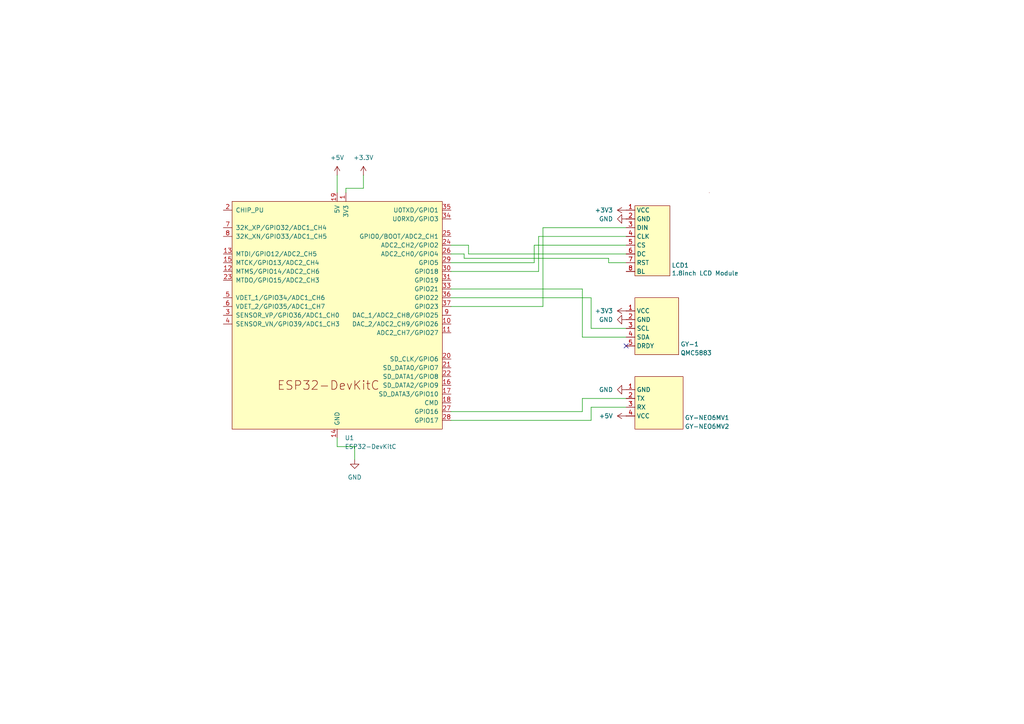
<source format=kicad_sch>
(kicad_sch (version 20231120) (generator "eeschema") (generator_version "8.0")
  (paper "A4")
  (title_block (title "SmartCompass Prototype Final") (date "2024-05-24") (rev "1") (company "Politechnika Wrocławska") (comment 1 "Cybulski Dominik") (comment 2 "Durkalec Michał") (comment 3 "Kurzyp Stanisław"))
  (lib_symbols
    (symbol "Compass:1.8inch_LCD_Module"
      (property "Reference" "LCD1" (at 13.716 -15.748 0))
      (property "Value" "1.8inch LCD Module" (at 13.716 -18.288 0))
      (symbol "1.8inch_LCD_Module_0_0"
        (pin passive line (at 0 0 0) (length 2.54) (name "VCC") (number "1"))
        (pin passive line (at 0 -2.54 0) (length 2.54) (name "GND") (number "2"))
        (pin passive line (at 0 -5.08 0) (length 2.54) (name "DIN") (number "3"))
        (pin passive line (at 0 -7.62 0) (length 2.54) (name "CLK") (number "4"))
        (pin passive line (at 0 -10.16 0) (length 2.54) (name "CS") (number "5"))
        (pin passive line (at 0 -12.7 0) (length 2.54) (name "DC") (number "6"))
        (pin passive line (at 0 -15.24 0) (length 2.54) (name "RST") (number "7"))
        (pin passive line (at 0 -17.78 0) (length 2.54) (name "BL") (number "8"))
      )
      (symbol "1.8inch_LCD_Module_0_1"
        (rectangle (start 24.13 5.08) (end 24.13 5.08))
      )
      (symbol "1.8inch_LCD_Module_1_1"
        (rectangle (start 2.54 1.27) (end 12.7 -19.05) (fill (type background)))
      )
    )
    (symbol "Compass:GY-273"
      (property "Reference" "GY-1" (at 15.748 -9.652 0))
      (property "Value" "HMC5883L" (at 15.748 -12.192 0))
      (symbol "GY-273_0_0"
        (pin passive line (at 0 0 0) (length 2.54) (name "VCC") (number "1"))
        (pin passive line (at 0 -2.54 0) (length 2.54) (name "GND") (number "2"))
        (pin passive line (at 0 -5.08 0) (length 2.54) (name "SCL") (number "3"))
        (pin passive line (at 0 -7.62 0) (length 2.54) (name "SDA") (number "4"))
        (pin passive line (at 0 -10.16 0) (length 2.54) (name "DRDY") (number "5"))
      )
      (symbol "GY-273_1_1"
        (rectangle (start 2.54 3.81) (end 15.24 -12.7) (fill (type background)))
      )
    )
    (symbol "Compass:GY-NEO6MV2"
      (property "Reference" "GY-NEO6MV1" (at 17.018 -8.128 0))
      (property "Value" "GY-NEO6MV2" (at 17.018 -10.668 0))
      (symbol "GY-NEO6MV2_0_0"
        (pin passive line (at 0 0 0) (length 2.54) (name "GND") (number "1"))
        (pin passive line (at 0 -2.54 0) (length 2.54) (name "TX") (number "2"))
        (pin passive line (at 0 -5.08 0) (length 2.54) (name "RX") (number "3"))
        (pin passive line (at 0 -7.62 0) (length 2.54) (name "VCC") (number "4"))
      )
      (symbol "GY-NEO6MV2_1_1"
        (rectangle (start 2.54 3.81) (end 16.51 -11.43) (fill (type background)))
      )
    )
    (symbol "PCM_Espressif:ESP32-DevKitC" (pin_names (offset 1.016))
      (property "Reference" "U" (at -30.48 38.1 0))
      (property "Value" "ESP32-DevKitC" (at -30.48 35.56 0))
      (symbol "ESP32-DevKitC_0_0"
        (text "ESP32-DevKitC" (at -2.54 -20.32 0) (effects (font (size 2.54 2.54))))
        (pin power_in line (at 0 -35.56 90) (length 2.54) (name "GND") (number "14"))
        (pin power_in line (at 0 35.56 270) (length 2.54) (name "5V") (number "19"))
      )
      (symbol "ESP32-DevKitC_0_1"
        (rectangle (start -30.48 33.02) (end 30.48 -33.02) (fill (type background)))
      )
      (symbol "ESP32-DevKitC_1_1"
        (pin power_in line (at 2.54 35.56 270) (length 2.54) (name "3V3") (number "1"))
        (pin bidirectional line (at 33.02 -2.54 180) (length 2.54) (name "DAC_2/ADC2_CH9/GPIO26") (number "10"))
        (pin bidirectional line (at 33.02 -5.08 180) (length 2.54) (name "ADC2_CH7/GPIO27") (number "11"))
        (pin bidirectional line (at -33.02 12.7 0) (length 2.54) (name "MTMS/GPIO14/ADC2_CH6") (number "12"))
        (pin bidirectional line (at -33.02 17.78 0) (length 2.54) (name "MTDI/GPIO12/ADC2_CH5") (number "13"))
        (pin bidirectional line (at -33.02 15.24 0) (length 2.54) (name "MTCK/GPIO13/ADC2_CH4") (number "15"))
        (pin bidirectional line (at 33.02 -20.32 180) (length 2.54) (name "SD_DATA2/GPIO9") (number "16"))
        (pin bidirectional line (at 33.02 -22.86 180) (length 2.54) (name "SD_DATA3/GPIO10") (number "17"))
        (pin bidirectional line (at 33.02 -25.4 180) (length 2.54) (name "CMD") (number "18"))
        (pin input line (at -33.02 30.48 0) (length 2.54) (name "CHIP_PU") (number "2"))
        (pin bidirectional line (at 33.02 -12.7 180) (length 2.54) (name "SD_CLK/GPIO6") (number "20"))
        (pin bidirectional line (at 33.02 -15.24 180) (length 2.54) (name "SD_DATA0/GPIO7") (number "21"))
        (pin bidirectional line (at 33.02 -17.78 180) (length 2.54) (name "SD_DATA1/GPIO8") (number "22"))
        (pin bidirectional line (at -33.02 10.16 0) (length 2.54) (name "MTDO/GPIO15/ADC2_CH3") (number "23"))
        (pin bidirectional line (at 33.02 20.32 180) (length 2.54) (name "ADC2_CH2/GPIO2") (number "24"))
        (pin bidirectional line (at 33.02 22.86 180) (length 2.54) (name "GPIO0/BOOT/ADC2_CH1") (number "25"))
        (pin bidirectional line (at 33.02 17.78 180) (length 2.54) (name "ADC2_CH0/GPIO4") (number "26"))
        (pin bidirectional line (at 33.02 -27.94 180) (length 2.54) (name "GPIO16") (number "27"))
        (pin bidirectional line (at 33.02 -30.48 180) (length 2.54) (name "GPIO17") (number "28"))
        (pin bidirectional line (at 33.02 15.24 180) (length 2.54) (name "GPIO5") (number "29"))
        (pin input line (at -33.02 0 0) (length 2.54) (name "SENSOR_VP/GPIO36/ADC1_CH0") (number "3"))
        (pin bidirectional line (at 33.02 12.7 180) (length 2.54) (name "GPIO18") (number "30"))
        (pin bidirectional line (at 33.02 10.16 180) (length 2.54) (name "GPIO19") (number "31"))
        (pin passive line (at 0 -35.56 90) (length 2.54) hide (name "GND") (number "32"))
        (pin bidirectional line (at 33.02 7.62 180) (length 2.54) (name "GPIO21") (number "33"))
        (pin bidirectional line (at 33.02 27.94 180) (length 2.54) (name "U0RXD/GPIO3") (number "34"))
        (pin bidirectional line (at 33.02 30.48 180) (length 2.54) (name "U0TXD/GPIO1") (number "35"))
        (pin bidirectional line (at 33.02 5.08 180) (length 2.54) (name "GPIO22") (number "36"))
        (pin bidirectional line (at 33.02 2.54 180) (length 2.54) (name "GPIO23") (number "37"))
        (pin passive line (at 0 -35.56 90) (length 2.54) hide (name "GND") (number "38"))
        (pin input line (at -33.02 -2.54 0) (length 2.54) (name "SENSOR_VN/GPIO39/ADC1_CH3") (number "4"))
        (pin input line (at -33.02 5.08 0) (length 2.54) (name "VDET_1/GPIO34/ADC1_CH6") (number "5"))
        (pin input line (at -33.02 2.54 0) (length 2.54) (name "VDET_2/GPIO35/ADC1_CH7") (number "6"))
        (pin bidirectional line (at -33.02 25.4 0) (length 2.54) (name "32K_XP/GPIO32/ADC1_CH4") (number "7"))
        (pin bidirectional line (at -33.02 22.86 0) (length 2.54) (name "32K_XN/GPIO33/ADC1_CH5") (number "8"))
        (pin bidirectional line (at 33.02 0 180) (length 2.54) (name "DAC_1/ADC2_CH8/GPIO25") (number "9"))
      )
    )
    (symbol "power:+3.3V" (power) (pin_numbers hide) (pin_names (offset 0) hide)
      (property "Value" "+3.3V" (at 0 3.556 0))
      (symbol "+3.3V_0_1"
        (polyline (pts (xy -0.762 1.27) (xy 0 2.54)))
        (polyline (pts (xy 0 0) (xy 0 2.54)))
        (polyline (pts (xy 0 2.54) (xy 0.762 1.27)))
      )
      (symbol "+3.3V_1_1"
        (pin power_in line (at 0 0 90) (length 0) (name "~") (number "1"))
      )
    )
    (symbol "power:+3V3" (power) (pin_numbers hide) (pin_names (offset 0) hide)
      (property "Value" "+3V3" (at 0 3.556 0))
      (symbol "+3V3_0_1"
        (polyline (pts (xy -0.762 1.27) (xy 0 2.54)))
        (polyline (pts (xy 0 0) (xy 0 2.54)))
        (polyline (pts (xy 0 2.54) (xy 0.762 1.27)))
      )
      (symbol "+3V3_1_1"
        (pin power_in line (at 0 0 90) (length 0) (name "~") (number "1"))
      )
    )
    (symbol "power:+5V" (power) (pin_numbers hide) (pin_names (offset 0) hide)
      (property "Value" "+5V" (at 0 3.556 0))
      (symbol "+5V_0_1"
        (polyline (pts (xy -0.762 1.27) (xy 0 2.54)))
        (polyline (pts (xy 0 0) (xy 0 2.54)))
        (polyline (pts (xy 0 2.54) (xy 0.762 1.27)))
      )
      (symbol "+5V_1_1"
        (pin power_in line (at 0 0 90) (length 0) (name "~") (number "1"))
      )
    )
    (symbol "power:GND" (power) (pin_numbers hide) (pin_names (offset 0) hide)
      (property "Value" "GND" (at 0 -3.81 0))
      (symbol "GND_0_1"
        (polyline (pts (xy 0 0) (xy 0 -1.27) (xy 1.27 -1.27) (xy 0 -2.54) (xy -1.27 -1.27) (xy 0 -1.27)))
      )
      (symbol "GND_1_1"
        (pin power_in line (at 0 0 270) (length 0) (name "~") (number "1"))
      )
    )
  )
  (no_connect (at 181.61 100.33))
  (wire (pts (xy 157.48 66.04) (xy 181.61 66.04)))
  (wire (pts (xy 97.79 55.88) (xy 97.79 50.8)))
  (wire (pts (xy 176.53 74.93) (xy 134.62 74.93)))
  (wire (pts (xy 134.62 73.66) (xy 130.81 73.66)))
  (wire (pts (xy 130.81 119.38) (xy 168.91 119.38)))
  (wire (pts (xy 97.79 127) (xy 97.79 129.54)))
  (wire (pts (xy 168.91 97.79) (xy 181.61 97.79)))
  (wire (pts (xy 157.48 88.9) (xy 157.48 66.04)))
  (wire (pts (xy 168.91 115.57) (xy 181.61 115.57)))
  (wire (pts (xy 135.89 71.12) (xy 130.81 71.12)))
  (wire (pts (xy 135.89 73.66) (xy 135.89 71.12)))
  (wire (pts (xy 168.91 83.82) (xy 168.91 97.79)))
  (wire (pts (xy 181.61 73.66) (xy 135.89 73.66)))
  (wire (pts (xy 171.45 121.92) (xy 171.45 118.11)))
  (wire (pts (xy 102.87 129.54) (xy 102.87 133.35)))
  (wire (pts (xy 181.61 68.58) (xy 156.21 68.58)))
  (wire (pts (xy 100.33 54.61) (xy 100.33 55.88)))
  (wire (pts (xy 181.61 76.2) (xy 176.53 76.2)))
  (wire (pts (xy 105.41 54.61) (xy 105.41 50.8)))
  (wire (pts (xy 154.94 71.12) (xy 154.94 76.2)))
  (wire (pts (xy 176.53 76.2) (xy 176.53 74.93)))
  (wire (pts (xy 130.81 86.36) (xy 171.45 86.36)))
  (wire (pts (xy 181.61 71.12) (xy 154.94 71.12)))
  (wire (pts (xy 171.45 95.25) (xy 181.61 95.25)))
  (wire (pts (xy 130.81 83.82) (xy 168.91 83.82)))
  (wire (pts (xy 168.91 119.38) (xy 168.91 115.57)))
  (wire (pts (xy 156.21 78.74) (xy 130.81 78.74)))
  (wire (pts (xy 156.21 68.58) (xy 156.21 78.74)))
  (wire (pts (xy 100.33 54.61) (xy 105.41 54.61)))
  (wire (pts (xy 130.81 121.92) (xy 171.45 121.92)))
  (wire (pts (xy 134.62 74.93) (xy 134.62 73.66)))
  (wire (pts (xy 171.45 118.11) (xy 181.61 118.11)))
  (wire (pts (xy 97.79 129.54) (xy 102.87 129.54)))
  (wire (pts (xy 154.94 76.2) (xy 130.81 76.2)))
  (wire (pts (xy 130.81 88.9) (xy 157.48 88.9)))
  (wire (pts (xy 171.45 86.36) (xy 171.45 95.25)))
  (symbol (lib_id "power:+5V") (at 181.61 120.65 90) (unit 1)
    (property "Reference" "#PWR06" (effects (hide yes)))
    (property "Value" "+5V" (at 177.8 120.6499 90) (effects (justify left)))
    (property "Description" "Power symbol creates a global label with name \"+5V\"" (effects (hide yes)))
  )
  (symbol (lib_id "PCM_Espressif:ESP32-DevKitC") (at 97.79 91.44 0) (unit 1)
    (property "Reference" "U1" (at 99.9841 127 0) (effects (justify left)))
    (property "Value" "ESP32-DevKitC" (at 99.9841 129.54 0) (effects (justify left)))
    (property "Footprint" "PCM_Espressif:ESP32-DevKitC" (effects (hide yes)))
    (property "Datasheet" "https://docs.espressif.com/projects/esp-idf/zh_CN/latest/esp32/hw-reference/esp32/get-started-devkitc.html" (effects (hide yes)))
    (property "Description" "Development Kit" (effects (hide yes)))
  )
  (symbol (lib_id "power:GND") (at 102.87 133.35 0) (unit 1)
    (property "Reference" "#PWR03" (effects (hide yes)))
    (property "Value" "GND" (at 102.87 138.43 0))
    (property "Description" "Power symbol creates a global label with name \"GND\" , ground" (effects (hide yes)))
  )
  (symbol (lib_id "power:+3.3V") (at 105.41 50.8 0) (unit 1)
    (property "Reference" "#PWR01" (effects (hide yes)))
    (property "Value" "+3.3V" (at 105.41 45.72 0))
    (property "Description" "Power symbol creates a global label with name \"+3.3V\"" (effects (hide yes)))
  )
  (symbol (lib_id "power:+3V3") (at 181.61 90.17 90) (unit 1)
    (property "Reference" "#PWR05" (effects (hide yes)))
    (property "Value" "+3V3" (at 177.8 90.1699 90) (effects (justify left)))
    (property "Description" "Power symbol creates a global label with name \"+3V3\"" (effects (hide yes)))
  )
  (symbol (lib_id "power:GND") (at 181.61 113.03 270) (unit 1)
    (property "Reference" "#PWR07" (effects (hide yes)))
    (property "Value" "GND" (at 177.8 113.0299 90) (effects (justify right)))
    (property "Description" "Power symbol creates a global label with name \"GND\" , ground" (effects (hide yes)))
  )
  (symbol (lib_id "Compass:1.8inch_LCD_Module") (at 181.61 60.96 0) (unit 1)
    (property "Reference" "LCD1" (at 194.818 76.962 0) (effects (justify left)))
    (property "Value" "1.8inch LCD Module" (at 194.818 79.248 0) (effects (justify left)))
    (property "Datasheet" "https://files.waveshare.com/upload/e/e2/ST7735S_V1.1_20111121.pdf" (effects (hide yes)))
  )
  (symbol (lib_id "power:+5V") (at 97.79 50.8 0) (unit 1)
    (property "Reference" "#PWR02" (effects (hide yes)))
    (property "Value" "+5V" (at 97.79 45.72 0))
    (property "Description" "Power symbol creates a global label with name \"+5V\"" (effects (hide yes)))
  )
  (symbol (lib_id "Compass:GY-273") (at 181.61 90.17 0) (unit 1)
    (property "Reference" "GY-1" (at 197.358 99.822 0) (effects (justify left)))
    (property "Value" "QMC5883" (at 197.358 102.362 0) (effects (justify left)))
    (property "Datasheet" "https://mm.digikey.com/Volume0/opasdata/d220001/medias/docus/635/HMC5883L.pdf" (effects (hide yes)))
  )
  (symbol (lib_id "Compass:GY-NEO6MV2") (at 181.61 113.03 0) (unit 1)
    (property "Reference" "GY-NEO6MV1" (at 198.628 121.158 0) (effects (justify left)))
    (property "Value" "GY-NEO6MV2" (at 198.628 123.698 0) (effects (justify left)))
    (property "Datasheet" "https://content.u-blox.com/sites/default/files/products/documents/NEO-6_DataSheet_%28GPS.G6-HW-09005%29.pdf" (effects (hide yes)))
  )
  (symbol (lib_id "power:GND") (at 181.61 92.71 270) (unit 1)
    (property "Reference" "#PWR04" (effects (hide yes)))
    (property "Value" "GND" (at 177.8 92.7099 90) (effects (justify right)))
    (property "Description" "Power symbol creates a global label with name \"GND\" , ground" (effects (hide yes)))
  )
  (symbol (lib_id "power:GND") (at 181.61 63.5 270) (unit 1)
    (property "Reference" "#PWR09" (effects (hide yes)))
    (property "Value" "GND" (at 177.8 63.4999 90) (effects (justify right)))
    (property "Description" "Power symbol creates a global label with name \"GND\" , ground" (effects (hide yes)))
  )
  (symbol (lib_id "power:+3V3") (at 181.61 60.96 90) (unit 1)
    (property "Reference" "#PWR08" (effects (hide yes)))
    (property "Value" "+3V3" (at 177.8 60.9599 90) (effects (justify left)))
    (property "Description" "Power symbol creates a global label with name \"+3V3\"" (effects (hide yes)))
  )
)
</source>
